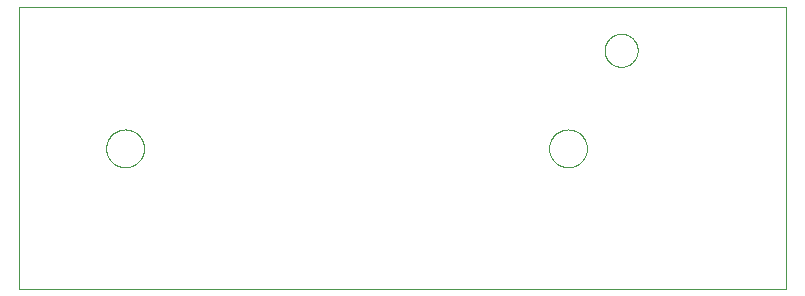
<source format=gtp>
G04 EAGLE Gerber RS-274X export*
G75*
%MOMM*%
%FSLAX34Y34*%
%LPD*%
%INTop solder paste for stencil*%
%IPPOS*%
%AMOC8*
5,1,8,0,0,1.08239X$1,22.5*%
G01*
%ADD10C,0.000000*%


D10*
X25320Y-4000D02*
X674680Y-4000D01*
X674680Y235000D01*
X25320Y235000D01*
X25320Y-4000D01*
X99000Y115000D02*
X99005Y115393D01*
X99019Y115785D01*
X99043Y116177D01*
X99077Y116568D01*
X99120Y116959D01*
X99173Y117348D01*
X99236Y117735D01*
X99307Y118121D01*
X99389Y118506D01*
X99479Y118888D01*
X99580Y119267D01*
X99689Y119645D01*
X99808Y120019D01*
X99935Y120390D01*
X100072Y120758D01*
X100218Y121123D01*
X100373Y121484D01*
X100536Y121841D01*
X100708Y122194D01*
X100889Y122542D01*
X101079Y122886D01*
X101276Y123226D01*
X101482Y123560D01*
X101696Y123889D01*
X101919Y124213D01*
X102149Y124531D01*
X102386Y124844D01*
X102632Y125150D01*
X102885Y125451D01*
X103145Y125745D01*
X103412Y126033D01*
X103686Y126314D01*
X103967Y126588D01*
X104255Y126855D01*
X104549Y127115D01*
X104850Y127368D01*
X105156Y127614D01*
X105469Y127851D01*
X105787Y128081D01*
X106111Y128304D01*
X106440Y128518D01*
X106774Y128724D01*
X107114Y128921D01*
X107458Y129111D01*
X107806Y129292D01*
X108159Y129464D01*
X108516Y129627D01*
X108877Y129782D01*
X109242Y129928D01*
X109610Y130065D01*
X109981Y130192D01*
X110355Y130311D01*
X110733Y130420D01*
X111112Y130521D01*
X111494Y130611D01*
X111879Y130693D01*
X112265Y130764D01*
X112652Y130827D01*
X113041Y130880D01*
X113432Y130923D01*
X113823Y130957D01*
X114215Y130981D01*
X114607Y130995D01*
X115000Y131000D01*
X115393Y130995D01*
X115785Y130981D01*
X116177Y130957D01*
X116568Y130923D01*
X116959Y130880D01*
X117348Y130827D01*
X117735Y130764D01*
X118121Y130693D01*
X118506Y130611D01*
X118888Y130521D01*
X119267Y130420D01*
X119645Y130311D01*
X120019Y130192D01*
X120390Y130065D01*
X120758Y129928D01*
X121123Y129782D01*
X121484Y129627D01*
X121841Y129464D01*
X122194Y129292D01*
X122542Y129111D01*
X122886Y128921D01*
X123226Y128724D01*
X123560Y128518D01*
X123889Y128304D01*
X124213Y128081D01*
X124531Y127851D01*
X124844Y127614D01*
X125150Y127368D01*
X125451Y127115D01*
X125745Y126855D01*
X126033Y126588D01*
X126314Y126314D01*
X126588Y126033D01*
X126855Y125745D01*
X127115Y125451D01*
X127368Y125150D01*
X127614Y124844D01*
X127851Y124531D01*
X128081Y124213D01*
X128304Y123889D01*
X128518Y123560D01*
X128724Y123226D01*
X128921Y122886D01*
X129111Y122542D01*
X129292Y122194D01*
X129464Y121841D01*
X129627Y121484D01*
X129782Y121123D01*
X129928Y120758D01*
X130065Y120390D01*
X130192Y120019D01*
X130311Y119645D01*
X130420Y119267D01*
X130521Y118888D01*
X130611Y118506D01*
X130693Y118121D01*
X130764Y117735D01*
X130827Y117348D01*
X130880Y116959D01*
X130923Y116568D01*
X130957Y116177D01*
X130981Y115785D01*
X130995Y115393D01*
X131000Y115000D01*
X130995Y114607D01*
X130981Y114215D01*
X130957Y113823D01*
X130923Y113432D01*
X130880Y113041D01*
X130827Y112652D01*
X130764Y112265D01*
X130693Y111879D01*
X130611Y111494D01*
X130521Y111112D01*
X130420Y110733D01*
X130311Y110355D01*
X130192Y109981D01*
X130065Y109610D01*
X129928Y109242D01*
X129782Y108877D01*
X129627Y108516D01*
X129464Y108159D01*
X129292Y107806D01*
X129111Y107458D01*
X128921Y107114D01*
X128724Y106774D01*
X128518Y106440D01*
X128304Y106111D01*
X128081Y105787D01*
X127851Y105469D01*
X127614Y105156D01*
X127368Y104850D01*
X127115Y104549D01*
X126855Y104255D01*
X126588Y103967D01*
X126314Y103686D01*
X126033Y103412D01*
X125745Y103145D01*
X125451Y102885D01*
X125150Y102632D01*
X124844Y102386D01*
X124531Y102149D01*
X124213Y101919D01*
X123889Y101696D01*
X123560Y101482D01*
X123226Y101276D01*
X122886Y101079D01*
X122542Y100889D01*
X122194Y100708D01*
X121841Y100536D01*
X121484Y100373D01*
X121123Y100218D01*
X120758Y100072D01*
X120390Y99935D01*
X120019Y99808D01*
X119645Y99689D01*
X119267Y99580D01*
X118888Y99479D01*
X118506Y99389D01*
X118121Y99307D01*
X117735Y99236D01*
X117348Y99173D01*
X116959Y99120D01*
X116568Y99077D01*
X116177Y99043D01*
X115785Y99019D01*
X115393Y99005D01*
X115000Y99000D01*
X114607Y99005D01*
X114215Y99019D01*
X113823Y99043D01*
X113432Y99077D01*
X113041Y99120D01*
X112652Y99173D01*
X112265Y99236D01*
X111879Y99307D01*
X111494Y99389D01*
X111112Y99479D01*
X110733Y99580D01*
X110355Y99689D01*
X109981Y99808D01*
X109610Y99935D01*
X109242Y100072D01*
X108877Y100218D01*
X108516Y100373D01*
X108159Y100536D01*
X107806Y100708D01*
X107458Y100889D01*
X107114Y101079D01*
X106774Y101276D01*
X106440Y101482D01*
X106111Y101696D01*
X105787Y101919D01*
X105469Y102149D01*
X105156Y102386D01*
X104850Y102632D01*
X104549Y102885D01*
X104255Y103145D01*
X103967Y103412D01*
X103686Y103686D01*
X103412Y103967D01*
X103145Y104255D01*
X102885Y104549D01*
X102632Y104850D01*
X102386Y105156D01*
X102149Y105469D01*
X101919Y105787D01*
X101696Y106111D01*
X101482Y106440D01*
X101276Y106774D01*
X101079Y107114D01*
X100889Y107458D01*
X100708Y107806D01*
X100536Y108159D01*
X100373Y108516D01*
X100218Y108877D01*
X100072Y109242D01*
X99935Y109610D01*
X99808Y109981D01*
X99689Y110355D01*
X99580Y110733D01*
X99479Y111112D01*
X99389Y111494D01*
X99307Y111879D01*
X99236Y112265D01*
X99173Y112652D01*
X99120Y113041D01*
X99077Y113432D01*
X99043Y113823D01*
X99019Y114215D01*
X99005Y114607D01*
X99000Y115000D01*
X474000Y115000D02*
X474005Y115393D01*
X474019Y115785D01*
X474043Y116177D01*
X474077Y116568D01*
X474120Y116959D01*
X474173Y117348D01*
X474236Y117735D01*
X474307Y118121D01*
X474389Y118506D01*
X474479Y118888D01*
X474580Y119267D01*
X474689Y119645D01*
X474808Y120019D01*
X474935Y120390D01*
X475072Y120758D01*
X475218Y121123D01*
X475373Y121484D01*
X475536Y121841D01*
X475708Y122194D01*
X475889Y122542D01*
X476079Y122886D01*
X476276Y123226D01*
X476482Y123560D01*
X476696Y123889D01*
X476919Y124213D01*
X477149Y124531D01*
X477386Y124844D01*
X477632Y125150D01*
X477885Y125451D01*
X478145Y125745D01*
X478412Y126033D01*
X478686Y126314D01*
X478967Y126588D01*
X479255Y126855D01*
X479549Y127115D01*
X479850Y127368D01*
X480156Y127614D01*
X480469Y127851D01*
X480787Y128081D01*
X481111Y128304D01*
X481440Y128518D01*
X481774Y128724D01*
X482114Y128921D01*
X482458Y129111D01*
X482806Y129292D01*
X483159Y129464D01*
X483516Y129627D01*
X483877Y129782D01*
X484242Y129928D01*
X484610Y130065D01*
X484981Y130192D01*
X485355Y130311D01*
X485733Y130420D01*
X486112Y130521D01*
X486494Y130611D01*
X486879Y130693D01*
X487265Y130764D01*
X487652Y130827D01*
X488041Y130880D01*
X488432Y130923D01*
X488823Y130957D01*
X489215Y130981D01*
X489607Y130995D01*
X490000Y131000D01*
X490393Y130995D01*
X490785Y130981D01*
X491177Y130957D01*
X491568Y130923D01*
X491959Y130880D01*
X492348Y130827D01*
X492735Y130764D01*
X493121Y130693D01*
X493506Y130611D01*
X493888Y130521D01*
X494267Y130420D01*
X494645Y130311D01*
X495019Y130192D01*
X495390Y130065D01*
X495758Y129928D01*
X496123Y129782D01*
X496484Y129627D01*
X496841Y129464D01*
X497194Y129292D01*
X497542Y129111D01*
X497886Y128921D01*
X498226Y128724D01*
X498560Y128518D01*
X498889Y128304D01*
X499213Y128081D01*
X499531Y127851D01*
X499844Y127614D01*
X500150Y127368D01*
X500451Y127115D01*
X500745Y126855D01*
X501033Y126588D01*
X501314Y126314D01*
X501588Y126033D01*
X501855Y125745D01*
X502115Y125451D01*
X502368Y125150D01*
X502614Y124844D01*
X502851Y124531D01*
X503081Y124213D01*
X503304Y123889D01*
X503518Y123560D01*
X503724Y123226D01*
X503921Y122886D01*
X504111Y122542D01*
X504292Y122194D01*
X504464Y121841D01*
X504627Y121484D01*
X504782Y121123D01*
X504928Y120758D01*
X505065Y120390D01*
X505192Y120019D01*
X505311Y119645D01*
X505420Y119267D01*
X505521Y118888D01*
X505611Y118506D01*
X505693Y118121D01*
X505764Y117735D01*
X505827Y117348D01*
X505880Y116959D01*
X505923Y116568D01*
X505957Y116177D01*
X505981Y115785D01*
X505995Y115393D01*
X506000Y115000D01*
X505995Y114607D01*
X505981Y114215D01*
X505957Y113823D01*
X505923Y113432D01*
X505880Y113041D01*
X505827Y112652D01*
X505764Y112265D01*
X505693Y111879D01*
X505611Y111494D01*
X505521Y111112D01*
X505420Y110733D01*
X505311Y110355D01*
X505192Y109981D01*
X505065Y109610D01*
X504928Y109242D01*
X504782Y108877D01*
X504627Y108516D01*
X504464Y108159D01*
X504292Y107806D01*
X504111Y107458D01*
X503921Y107114D01*
X503724Y106774D01*
X503518Y106440D01*
X503304Y106111D01*
X503081Y105787D01*
X502851Y105469D01*
X502614Y105156D01*
X502368Y104850D01*
X502115Y104549D01*
X501855Y104255D01*
X501588Y103967D01*
X501314Y103686D01*
X501033Y103412D01*
X500745Y103145D01*
X500451Y102885D01*
X500150Y102632D01*
X499844Y102386D01*
X499531Y102149D01*
X499213Y101919D01*
X498889Y101696D01*
X498560Y101482D01*
X498226Y101276D01*
X497886Y101079D01*
X497542Y100889D01*
X497194Y100708D01*
X496841Y100536D01*
X496484Y100373D01*
X496123Y100218D01*
X495758Y100072D01*
X495390Y99935D01*
X495019Y99808D01*
X494645Y99689D01*
X494267Y99580D01*
X493888Y99479D01*
X493506Y99389D01*
X493121Y99307D01*
X492735Y99236D01*
X492348Y99173D01*
X491959Y99120D01*
X491568Y99077D01*
X491177Y99043D01*
X490785Y99019D01*
X490393Y99005D01*
X490000Y99000D01*
X489607Y99005D01*
X489215Y99019D01*
X488823Y99043D01*
X488432Y99077D01*
X488041Y99120D01*
X487652Y99173D01*
X487265Y99236D01*
X486879Y99307D01*
X486494Y99389D01*
X486112Y99479D01*
X485733Y99580D01*
X485355Y99689D01*
X484981Y99808D01*
X484610Y99935D01*
X484242Y100072D01*
X483877Y100218D01*
X483516Y100373D01*
X483159Y100536D01*
X482806Y100708D01*
X482458Y100889D01*
X482114Y101079D01*
X481774Y101276D01*
X481440Y101482D01*
X481111Y101696D01*
X480787Y101919D01*
X480469Y102149D01*
X480156Y102386D01*
X479850Y102632D01*
X479549Y102885D01*
X479255Y103145D01*
X478967Y103412D01*
X478686Y103686D01*
X478412Y103967D01*
X478145Y104255D01*
X477885Y104549D01*
X477632Y104850D01*
X477386Y105156D01*
X477149Y105469D01*
X476919Y105787D01*
X476696Y106111D01*
X476482Y106440D01*
X476276Y106774D01*
X476079Y107114D01*
X475889Y107458D01*
X475708Y107806D01*
X475536Y108159D01*
X475373Y108516D01*
X475218Y108877D01*
X475072Y109242D01*
X474935Y109610D01*
X474808Y109981D01*
X474689Y110355D01*
X474580Y110733D01*
X474479Y111112D01*
X474389Y111494D01*
X474307Y111879D01*
X474236Y112265D01*
X474173Y112652D01*
X474120Y113041D01*
X474077Y113432D01*
X474043Y113823D01*
X474019Y114215D01*
X474005Y114607D01*
X474000Y115000D01*
X521030Y198000D02*
X521034Y198343D01*
X521047Y198685D01*
X521068Y199028D01*
X521097Y199369D01*
X521135Y199710D01*
X521181Y200050D01*
X521236Y200388D01*
X521298Y200725D01*
X521369Y201061D01*
X521449Y201394D01*
X521536Y201726D01*
X521632Y202055D01*
X521735Y202382D01*
X521847Y202706D01*
X521966Y203028D01*
X522093Y203346D01*
X522228Y203661D01*
X522371Y203973D01*
X522522Y204281D01*
X522680Y204585D01*
X522845Y204886D01*
X523018Y205182D01*
X523197Y205474D01*
X523384Y205761D01*
X523578Y206044D01*
X523779Y206322D01*
X523987Y206595D01*
X524201Y206862D01*
X524422Y207125D01*
X524649Y207382D01*
X524882Y207633D01*
X525122Y207878D01*
X525367Y208118D01*
X525618Y208351D01*
X525875Y208578D01*
X526138Y208799D01*
X526405Y209013D01*
X526678Y209221D01*
X526956Y209422D01*
X527239Y209616D01*
X527526Y209803D01*
X527818Y209982D01*
X528114Y210155D01*
X528415Y210320D01*
X528719Y210478D01*
X529027Y210629D01*
X529339Y210772D01*
X529654Y210907D01*
X529972Y211034D01*
X530294Y211153D01*
X530618Y211265D01*
X530945Y211368D01*
X531274Y211464D01*
X531606Y211551D01*
X531939Y211631D01*
X532275Y211702D01*
X532612Y211764D01*
X532950Y211819D01*
X533290Y211865D01*
X533631Y211903D01*
X533972Y211932D01*
X534315Y211953D01*
X534657Y211966D01*
X535000Y211970D01*
X535343Y211966D01*
X535685Y211953D01*
X536028Y211932D01*
X536369Y211903D01*
X536710Y211865D01*
X537050Y211819D01*
X537388Y211764D01*
X537725Y211702D01*
X538061Y211631D01*
X538394Y211551D01*
X538726Y211464D01*
X539055Y211368D01*
X539382Y211265D01*
X539706Y211153D01*
X540028Y211034D01*
X540346Y210907D01*
X540661Y210772D01*
X540973Y210629D01*
X541281Y210478D01*
X541585Y210320D01*
X541886Y210155D01*
X542182Y209982D01*
X542474Y209803D01*
X542761Y209616D01*
X543044Y209422D01*
X543322Y209221D01*
X543595Y209013D01*
X543862Y208799D01*
X544125Y208578D01*
X544382Y208351D01*
X544633Y208118D01*
X544878Y207878D01*
X545118Y207633D01*
X545351Y207382D01*
X545578Y207125D01*
X545799Y206862D01*
X546013Y206595D01*
X546221Y206322D01*
X546422Y206044D01*
X546616Y205761D01*
X546803Y205474D01*
X546982Y205182D01*
X547155Y204886D01*
X547320Y204585D01*
X547478Y204281D01*
X547629Y203973D01*
X547772Y203661D01*
X547907Y203346D01*
X548034Y203028D01*
X548153Y202706D01*
X548265Y202382D01*
X548368Y202055D01*
X548464Y201726D01*
X548551Y201394D01*
X548631Y201061D01*
X548702Y200725D01*
X548764Y200388D01*
X548819Y200050D01*
X548865Y199710D01*
X548903Y199369D01*
X548932Y199028D01*
X548953Y198685D01*
X548966Y198343D01*
X548970Y198000D01*
X548966Y197657D01*
X548953Y197315D01*
X548932Y196972D01*
X548903Y196631D01*
X548865Y196290D01*
X548819Y195950D01*
X548764Y195612D01*
X548702Y195275D01*
X548631Y194939D01*
X548551Y194606D01*
X548464Y194274D01*
X548368Y193945D01*
X548265Y193618D01*
X548153Y193294D01*
X548034Y192972D01*
X547907Y192654D01*
X547772Y192339D01*
X547629Y192027D01*
X547478Y191719D01*
X547320Y191415D01*
X547155Y191114D01*
X546982Y190818D01*
X546803Y190526D01*
X546616Y190239D01*
X546422Y189956D01*
X546221Y189678D01*
X546013Y189405D01*
X545799Y189138D01*
X545578Y188875D01*
X545351Y188618D01*
X545118Y188367D01*
X544878Y188122D01*
X544633Y187882D01*
X544382Y187649D01*
X544125Y187422D01*
X543862Y187201D01*
X543595Y186987D01*
X543322Y186779D01*
X543044Y186578D01*
X542761Y186384D01*
X542474Y186197D01*
X542182Y186018D01*
X541886Y185845D01*
X541585Y185680D01*
X541281Y185522D01*
X540973Y185371D01*
X540661Y185228D01*
X540346Y185093D01*
X540028Y184966D01*
X539706Y184847D01*
X539382Y184735D01*
X539055Y184632D01*
X538726Y184536D01*
X538394Y184449D01*
X538061Y184369D01*
X537725Y184298D01*
X537388Y184236D01*
X537050Y184181D01*
X536710Y184135D01*
X536369Y184097D01*
X536028Y184068D01*
X535685Y184047D01*
X535343Y184034D01*
X535000Y184030D01*
X534657Y184034D01*
X534315Y184047D01*
X533972Y184068D01*
X533631Y184097D01*
X533290Y184135D01*
X532950Y184181D01*
X532612Y184236D01*
X532275Y184298D01*
X531939Y184369D01*
X531606Y184449D01*
X531274Y184536D01*
X530945Y184632D01*
X530618Y184735D01*
X530294Y184847D01*
X529972Y184966D01*
X529654Y185093D01*
X529339Y185228D01*
X529027Y185371D01*
X528719Y185522D01*
X528415Y185680D01*
X528114Y185845D01*
X527818Y186018D01*
X527526Y186197D01*
X527239Y186384D01*
X526956Y186578D01*
X526678Y186779D01*
X526405Y186987D01*
X526138Y187201D01*
X525875Y187422D01*
X525618Y187649D01*
X525367Y187882D01*
X525122Y188122D01*
X524882Y188367D01*
X524649Y188618D01*
X524422Y188875D01*
X524201Y189138D01*
X523987Y189405D01*
X523779Y189678D01*
X523578Y189956D01*
X523384Y190239D01*
X523197Y190526D01*
X523018Y190818D01*
X522845Y191114D01*
X522680Y191415D01*
X522522Y191719D01*
X522371Y192027D01*
X522228Y192339D01*
X522093Y192654D01*
X521966Y192972D01*
X521847Y193294D01*
X521735Y193618D01*
X521632Y193945D01*
X521536Y194274D01*
X521449Y194606D01*
X521369Y194939D01*
X521298Y195275D01*
X521236Y195612D01*
X521181Y195950D01*
X521135Y196290D01*
X521097Y196631D01*
X521068Y196972D01*
X521047Y197315D01*
X521034Y197657D01*
X521030Y198000D01*
M02*

</source>
